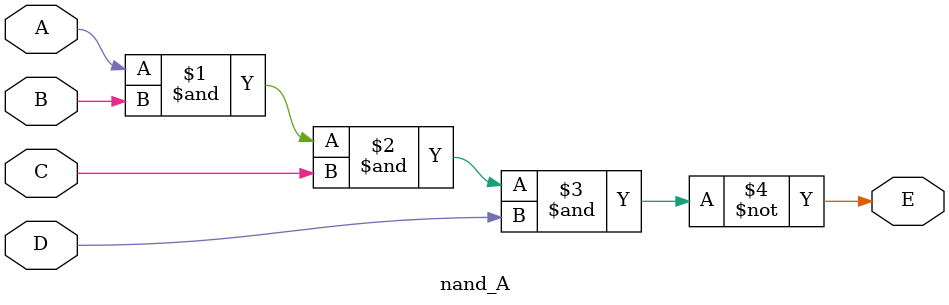
<source format=v>
`timescale 1ns / 1ps

module nand_A(output E, input A, B, C, D);
    assign E = ~(A&B&C&D);
endmodule
</source>
